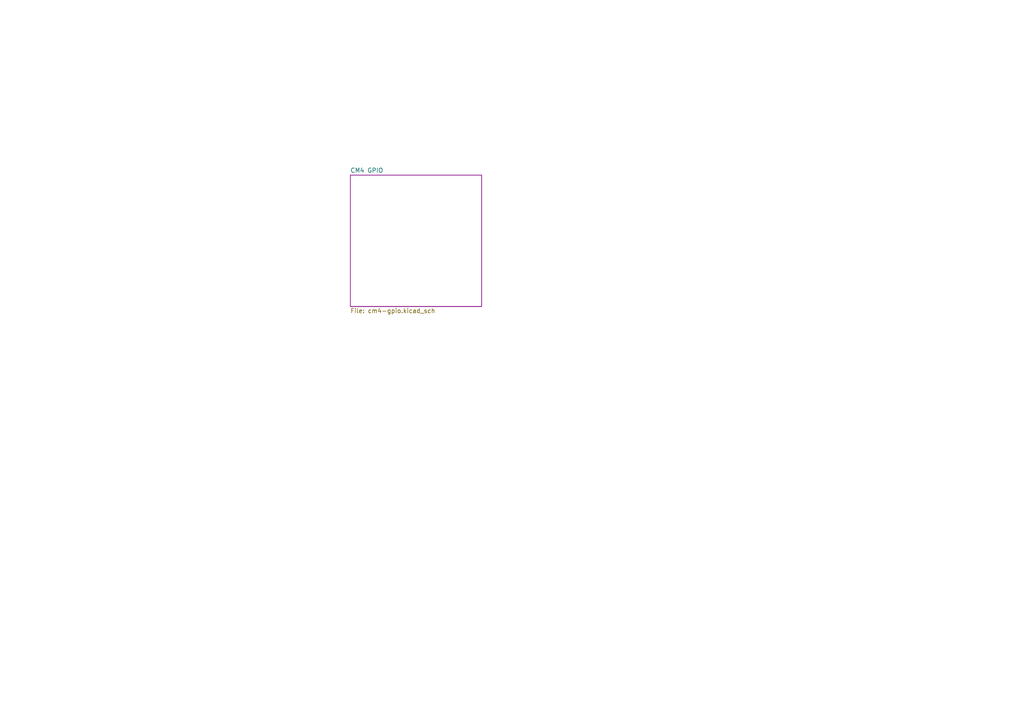
<source format=kicad_sch>
(kicad_sch (version 20210621) (generator eeschema)
  (paper "A4")
  (title_block (title "Raspberry Pi Compute Module 4 Carrier Template") (date "2021-08-25") (rev "v01") (comment 2 "creativecommons.org/licenses/by-sa/4.0/") (comment 3 "License: CC BY 4.0") (comment 4 "Author: Nicholas Gregg"))
  (lib_symbols)
  (sheet (at 101.6 50.8) (size 38.1 38.1) (stroke (width 0) (color 132 0 132 1)) (fill (color 255 255 255 0.0000))
    (property "Sheet name" "CM4 GPIO" (at 101.6 50.1645 0) (effects (justify left bottom)))
    (property "Sheet file" "cm4-gpio.kicad_sch" (at 101.6 89.4085 0) (effects (justify left top)))
  )
)
</source>
